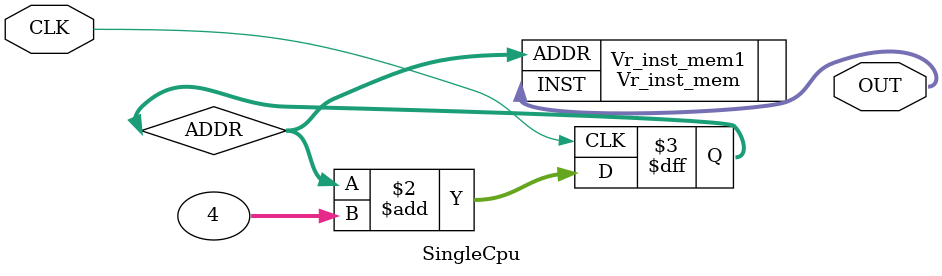
<source format=v>
module SingleCpu(CLK, OUT);
    input CLK;
    reg [31:0] ADDR;
    output reg [31:0] OUT;

    Vr_inst_mem Vr_inst_mem1(.ADDR(ADDR), .INST(OUT));


    always @(posedge CLK) begin
        ADDR = ADDR + 4;
        $display("%b", ADDR);
    end




endmodule
</source>
